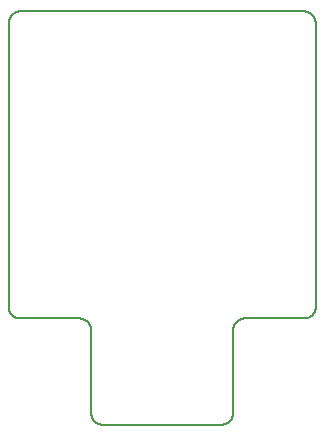
<source format=gko>
G04 EAGLE Gerber X2 export*
G75*
%MOMM*%
%FSLAX34Y34*%
%LPD*%
%AMOC8*
5,1,8,0,0,1.08239X$1,22.5*%
G01*
%ADD10C,0.152400*%


D10*
X70000Y80000D02*
X70000Y10000D01*
X70003Y9758D01*
X70012Y9517D01*
X70026Y9276D01*
X70047Y9035D01*
X70073Y8795D01*
X70105Y8555D01*
X70143Y8316D01*
X70186Y8079D01*
X70236Y7842D01*
X70291Y7607D01*
X70351Y7373D01*
X70418Y7141D01*
X70489Y6910D01*
X70567Y6681D01*
X70650Y6454D01*
X70738Y6229D01*
X70832Y6006D01*
X70931Y5786D01*
X71036Y5568D01*
X71145Y5353D01*
X71260Y5140D01*
X71380Y4930D01*
X71505Y4724D01*
X71635Y4520D01*
X71770Y4319D01*
X71910Y4122D01*
X72054Y3928D01*
X72203Y3738D01*
X72357Y3552D01*
X72515Y3369D01*
X72677Y3190D01*
X72844Y3015D01*
X73015Y2844D01*
X73190Y2677D01*
X73369Y2515D01*
X73552Y2357D01*
X73738Y2203D01*
X73928Y2054D01*
X74122Y1910D01*
X74319Y1770D01*
X74520Y1635D01*
X74724Y1505D01*
X74930Y1380D01*
X75140Y1260D01*
X75353Y1145D01*
X75568Y1036D01*
X75786Y931D01*
X76006Y832D01*
X76229Y738D01*
X76454Y650D01*
X76681Y567D01*
X76910Y489D01*
X77141Y418D01*
X77373Y351D01*
X77607Y291D01*
X77842Y236D01*
X78079Y186D01*
X78316Y143D01*
X78555Y105D01*
X78795Y73D01*
X79035Y47D01*
X79276Y26D01*
X79517Y12D01*
X79758Y3D01*
X80000Y0D01*
X180000Y0D01*
X180242Y3D01*
X180483Y12D01*
X180724Y26D01*
X180965Y47D01*
X181205Y73D01*
X181445Y105D01*
X181684Y143D01*
X181921Y186D01*
X182158Y236D01*
X182393Y291D01*
X182627Y351D01*
X182859Y418D01*
X183090Y489D01*
X183319Y567D01*
X183546Y650D01*
X183771Y738D01*
X183994Y832D01*
X184214Y931D01*
X184432Y1036D01*
X184647Y1145D01*
X184860Y1260D01*
X185070Y1380D01*
X185276Y1505D01*
X185480Y1635D01*
X185681Y1770D01*
X185878Y1910D01*
X186072Y2054D01*
X186262Y2203D01*
X186448Y2357D01*
X186631Y2515D01*
X186810Y2677D01*
X186985Y2844D01*
X187156Y3015D01*
X187323Y3190D01*
X187485Y3369D01*
X187643Y3552D01*
X187797Y3738D01*
X187946Y3928D01*
X188090Y4122D01*
X188230Y4319D01*
X188365Y4520D01*
X188495Y4724D01*
X188620Y4930D01*
X188740Y5140D01*
X188855Y5353D01*
X188964Y5568D01*
X189069Y5786D01*
X189168Y6006D01*
X189262Y6229D01*
X189350Y6454D01*
X189433Y6681D01*
X189511Y6910D01*
X189582Y7141D01*
X189649Y7373D01*
X189709Y7607D01*
X189764Y7842D01*
X189814Y8079D01*
X189857Y8316D01*
X189895Y8555D01*
X189927Y8795D01*
X189953Y9035D01*
X189974Y9276D01*
X189988Y9517D01*
X189997Y9758D01*
X190000Y10000D01*
X190000Y80000D01*
X190003Y80242D01*
X190012Y80483D01*
X190026Y80724D01*
X190047Y80965D01*
X190073Y81205D01*
X190105Y81445D01*
X190143Y81684D01*
X190186Y81921D01*
X190236Y82158D01*
X190291Y82393D01*
X190351Y82627D01*
X190418Y82859D01*
X190489Y83090D01*
X190567Y83319D01*
X190650Y83546D01*
X190738Y83771D01*
X190832Y83994D01*
X190931Y84214D01*
X191036Y84432D01*
X191145Y84647D01*
X191260Y84860D01*
X191380Y85070D01*
X191505Y85276D01*
X191635Y85480D01*
X191770Y85681D01*
X191910Y85878D01*
X192054Y86072D01*
X192203Y86262D01*
X192357Y86448D01*
X192515Y86631D01*
X192677Y86810D01*
X192844Y86985D01*
X193015Y87156D01*
X193190Y87323D01*
X193369Y87485D01*
X193552Y87643D01*
X193738Y87797D01*
X193928Y87946D01*
X194122Y88090D01*
X194319Y88230D01*
X194520Y88365D01*
X194724Y88495D01*
X194930Y88620D01*
X195140Y88740D01*
X195353Y88855D01*
X195568Y88964D01*
X195786Y89069D01*
X196006Y89168D01*
X196229Y89262D01*
X196454Y89350D01*
X196681Y89433D01*
X196910Y89511D01*
X197141Y89582D01*
X197373Y89649D01*
X197607Y89709D01*
X197842Y89764D01*
X198079Y89814D01*
X198316Y89857D01*
X198555Y89895D01*
X198795Y89927D01*
X199035Y89953D01*
X199276Y89974D01*
X199517Y89988D01*
X199758Y89997D01*
X200000Y90000D01*
X250000Y90000D01*
X250242Y90003D01*
X250483Y90012D01*
X250724Y90026D01*
X250965Y90047D01*
X251205Y90073D01*
X251445Y90105D01*
X251684Y90143D01*
X251921Y90186D01*
X252158Y90236D01*
X252393Y90291D01*
X252627Y90351D01*
X252859Y90418D01*
X253090Y90489D01*
X253319Y90567D01*
X253546Y90650D01*
X253771Y90738D01*
X253994Y90832D01*
X254214Y90931D01*
X254432Y91036D01*
X254647Y91145D01*
X254860Y91260D01*
X255070Y91380D01*
X255276Y91505D01*
X255480Y91635D01*
X255681Y91770D01*
X255878Y91910D01*
X256072Y92054D01*
X256262Y92203D01*
X256448Y92357D01*
X256631Y92515D01*
X256810Y92677D01*
X256985Y92844D01*
X257156Y93015D01*
X257323Y93190D01*
X257485Y93369D01*
X257643Y93552D01*
X257797Y93738D01*
X257946Y93928D01*
X258090Y94122D01*
X258230Y94319D01*
X258365Y94520D01*
X258495Y94724D01*
X258620Y94930D01*
X258740Y95140D01*
X258855Y95353D01*
X258964Y95568D01*
X259069Y95786D01*
X259168Y96006D01*
X259262Y96229D01*
X259350Y96454D01*
X259433Y96681D01*
X259511Y96910D01*
X259582Y97141D01*
X259649Y97373D01*
X259709Y97607D01*
X259764Y97842D01*
X259814Y98079D01*
X259857Y98316D01*
X259895Y98555D01*
X259927Y98795D01*
X259953Y99035D01*
X259974Y99276D01*
X259988Y99517D01*
X259997Y99758D01*
X260000Y100000D01*
X260000Y340000D01*
X259997Y340242D01*
X259988Y340483D01*
X259974Y340724D01*
X259953Y340965D01*
X259927Y341205D01*
X259895Y341445D01*
X259857Y341684D01*
X259814Y341921D01*
X259764Y342158D01*
X259709Y342393D01*
X259649Y342627D01*
X259582Y342859D01*
X259511Y343090D01*
X259433Y343319D01*
X259350Y343546D01*
X259262Y343771D01*
X259168Y343994D01*
X259069Y344214D01*
X258964Y344432D01*
X258855Y344647D01*
X258740Y344860D01*
X258620Y345070D01*
X258495Y345276D01*
X258365Y345480D01*
X258230Y345681D01*
X258090Y345878D01*
X257946Y346072D01*
X257797Y346262D01*
X257643Y346448D01*
X257485Y346631D01*
X257323Y346810D01*
X257156Y346985D01*
X256985Y347156D01*
X256810Y347323D01*
X256631Y347485D01*
X256448Y347643D01*
X256262Y347797D01*
X256072Y347946D01*
X255878Y348090D01*
X255681Y348230D01*
X255480Y348365D01*
X255276Y348495D01*
X255070Y348620D01*
X254860Y348740D01*
X254647Y348855D01*
X254432Y348964D01*
X254214Y349069D01*
X253994Y349168D01*
X253771Y349262D01*
X253546Y349350D01*
X253319Y349433D01*
X253090Y349511D01*
X252859Y349582D01*
X252627Y349649D01*
X252393Y349709D01*
X252158Y349764D01*
X251921Y349814D01*
X251684Y349857D01*
X251445Y349895D01*
X251205Y349927D01*
X250965Y349953D01*
X250724Y349974D01*
X250483Y349988D01*
X250242Y349997D01*
X250000Y350000D01*
X10000Y350000D01*
X9758Y349997D01*
X9517Y349988D01*
X9276Y349974D01*
X9035Y349953D01*
X8795Y349927D01*
X8555Y349895D01*
X8316Y349857D01*
X8079Y349814D01*
X7842Y349764D01*
X7607Y349709D01*
X7373Y349649D01*
X7141Y349582D01*
X6910Y349511D01*
X6681Y349433D01*
X6454Y349350D01*
X6229Y349262D01*
X6006Y349168D01*
X5786Y349069D01*
X5568Y348964D01*
X5353Y348855D01*
X5140Y348740D01*
X4930Y348620D01*
X4724Y348495D01*
X4520Y348365D01*
X4319Y348230D01*
X4122Y348090D01*
X3928Y347946D01*
X3738Y347797D01*
X3552Y347643D01*
X3369Y347485D01*
X3190Y347323D01*
X3015Y347156D01*
X2844Y346985D01*
X2677Y346810D01*
X2515Y346631D01*
X2357Y346448D01*
X2203Y346262D01*
X2054Y346072D01*
X1910Y345878D01*
X1770Y345681D01*
X1635Y345480D01*
X1505Y345276D01*
X1380Y345070D01*
X1260Y344860D01*
X1145Y344647D01*
X1036Y344432D01*
X931Y344214D01*
X832Y343994D01*
X738Y343771D01*
X650Y343546D01*
X567Y343319D01*
X489Y343090D01*
X418Y342859D01*
X351Y342627D01*
X291Y342393D01*
X236Y342158D01*
X186Y341921D01*
X143Y341684D01*
X105Y341445D01*
X73Y341205D01*
X47Y340965D01*
X26Y340724D01*
X12Y340483D01*
X3Y340242D01*
X0Y340000D01*
X0Y100000D01*
X3Y99758D01*
X12Y99517D01*
X26Y99276D01*
X47Y99035D01*
X73Y98795D01*
X105Y98555D01*
X143Y98316D01*
X186Y98079D01*
X236Y97842D01*
X291Y97607D01*
X351Y97373D01*
X418Y97141D01*
X489Y96910D01*
X567Y96681D01*
X650Y96454D01*
X738Y96229D01*
X832Y96006D01*
X931Y95786D01*
X1036Y95568D01*
X1145Y95353D01*
X1260Y95140D01*
X1380Y94930D01*
X1505Y94724D01*
X1635Y94520D01*
X1770Y94319D01*
X1910Y94122D01*
X2054Y93928D01*
X2203Y93738D01*
X2357Y93552D01*
X2515Y93369D01*
X2677Y93190D01*
X2844Y93015D01*
X3015Y92844D01*
X3190Y92677D01*
X3369Y92515D01*
X3552Y92357D01*
X3738Y92203D01*
X3928Y92054D01*
X4122Y91910D01*
X4319Y91770D01*
X4520Y91635D01*
X4724Y91505D01*
X4930Y91380D01*
X5140Y91260D01*
X5353Y91145D01*
X5568Y91036D01*
X5786Y90931D01*
X6006Y90832D01*
X6229Y90738D01*
X6454Y90650D01*
X6681Y90567D01*
X6910Y90489D01*
X7141Y90418D01*
X7373Y90351D01*
X7607Y90291D01*
X7842Y90236D01*
X8079Y90186D01*
X8316Y90143D01*
X8555Y90105D01*
X8795Y90073D01*
X9035Y90047D01*
X9276Y90026D01*
X9517Y90012D01*
X9758Y90003D01*
X10000Y90000D01*
X60000Y90000D01*
X60242Y89997D01*
X60483Y89988D01*
X60724Y89974D01*
X60965Y89953D01*
X61205Y89927D01*
X61445Y89895D01*
X61684Y89857D01*
X61921Y89814D01*
X62158Y89764D01*
X62393Y89709D01*
X62627Y89649D01*
X62859Y89582D01*
X63090Y89511D01*
X63319Y89433D01*
X63546Y89350D01*
X63771Y89262D01*
X63994Y89168D01*
X64214Y89069D01*
X64432Y88964D01*
X64647Y88855D01*
X64860Y88740D01*
X65070Y88620D01*
X65276Y88495D01*
X65480Y88365D01*
X65681Y88230D01*
X65878Y88090D01*
X66072Y87946D01*
X66262Y87797D01*
X66448Y87643D01*
X66631Y87485D01*
X66810Y87323D01*
X66985Y87156D01*
X67156Y86985D01*
X67323Y86810D01*
X67485Y86631D01*
X67643Y86448D01*
X67797Y86262D01*
X67946Y86072D01*
X68090Y85878D01*
X68230Y85681D01*
X68365Y85480D01*
X68495Y85276D01*
X68620Y85070D01*
X68740Y84860D01*
X68855Y84647D01*
X68964Y84432D01*
X69069Y84214D01*
X69168Y83994D01*
X69262Y83771D01*
X69350Y83546D01*
X69433Y83319D01*
X69511Y83090D01*
X69582Y82859D01*
X69649Y82627D01*
X69709Y82393D01*
X69764Y82158D01*
X69814Y81921D01*
X69857Y81684D01*
X69895Y81445D01*
X69927Y81205D01*
X69953Y80965D01*
X69974Y80724D01*
X69988Y80483D01*
X69997Y80242D01*
X70000Y80000D01*
M02*

</source>
